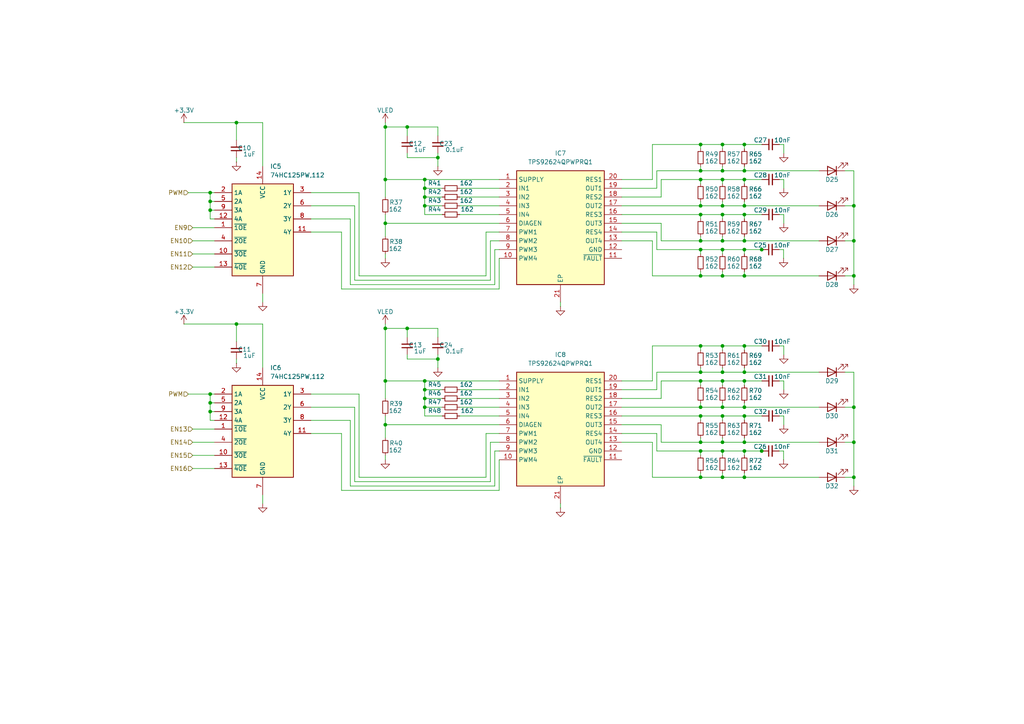
<source format=kicad_sch>
(kicad_sch (version 20250114) (generator "eeschema") (generator_version "9.0")
  (paper "A4")
  (lib_symbols
    (symbol "Device:C_Small" (pin_numbers (hide yes)) (pin_names (offset 0.254) (hide yes))
      (property "Reference" "C" (at 0.254 1.778 0))
      (property "Value" "C_Small" (at 0.254 -2.032 0))
      (symbol "C_Small_0_1"
        (polyline (pts (xy -1.524 0.508) (xy 1.524 0.508)) (stroke (width 0.3048)))
        (polyline (pts (xy -1.524 -0.508) (xy 1.524 -0.508)) (stroke (width 0.3302)))
      )
      (symbol "C_Small_1_1"
        (pin passive line (at 0 2.54 270) (length 2.032) (name "~") (number "1"))
        (pin passive line (at 0 -2.54 90) (length 2.032) (name "~") (number "2"))
      )
    )
    (symbol "Device:R_Small" (pin_numbers (hide yes)) (pin_names (offset 0.254) (hide yes))
      (property "Reference" "R" (at 0 0 90))
      (property "Value" "R_Small" (at 1.778 0 90))
      (symbol "R_Small_0_1"
        (rectangle (start -0.762 1.778) (end 0.762 -1.778) (stroke (width 0.2032)))
      )
      (symbol "R_Small_1_1"
        (pin passive line (at 0 2.54 270) (length 0.762) (name "~") (number "1"))
        (pin passive line (at 0 -2.54 90) (length 0.762) (name "~") (number "2"))
      )
    )
    (symbol "Library:74HC125PW,112"
      (property "Reference" "IC" (at 24.13 7.62 0))
      (property "Value" "74HC125PW,112" (at 24.13 5.08 0))
      (symbol "74HC125PW,112_1_1"
        (rectangle (start 5.08 2.54) (end 22.86 -24.13) (stroke (width 0.254)) (fill (type background)))
        (pin passive line (at 0 0 0) (length 5.08) (name "1A") (number "2"))
        (pin passive line (at 0 -2.54 0) (length 5.08) (name "2A") (number "5"))
        (pin passive line (at 0 -5.08 0) (length 5.08) (name "3A") (number "9"))
        (pin passive line (at 0 -7.62 0) (length 5.08) (name "4A") (number "12"))
        (pin passive line (at 0 -10.16 0) (length 5.08) (name "~{1OE}") (number "1"))
        (pin passive line (at 0 -13.97 0) (length 5.08) (name "~{2OE}") (number "4"))
        (pin passive line (at 0 -17.78 0) (length 5.08) (name "~{3OE}") (number "10"))
        (pin passive line (at 0 -21.59 0) (length 5.08) (name "~{4OE}") (number "13"))
        (pin passive line (at 13.97 7.62 270) (length 5.08) (name "VCC") (number "14"))
        (pin passive line (at 13.97 -29.21 90) (length 5.08) (name "GND") (number "7"))
        (pin passive line (at 27.94 0 180) (length 5.08) (name "1Y") (number "3"))
        (pin passive line (at 27.94 -3.81 180) (length 5.08) (name "2Y") (number "6"))
        (pin passive line (at 27.94 -7.62 180) (length 5.08) (name "3Y") (number "8"))
        (pin passive line (at 27.94 -11.43 180) (length 5.08) (name "4Y") (number "11"))
      )
    )
    (symbol "Library:LED" (pin_numbers (hide yes)) (pin_names (offset 1.016) (hide yes))
      (property "Reference" "D1" (at -1.5875 6.35 0))
      (property "Value" "LED" (at -1.5875 3.81 0))
      (symbol "LED_0_1"
        (polyline (pts (xy -3.048 -0.762) (xy -4.572 -2.286) (xy -3.81 -2.286) (xy -4.572 -2.286) (xy -4.572 -1.524)))
        (polyline (pts (xy -1.778 -0.762) (xy -3.302 -2.286) (xy -2.54 -2.286) (xy -3.302 -2.286) (xy -3.302 -1.524)))
        (polyline (pts (xy -1.27 0) (xy 1.27 0)))
        (polyline (pts (xy -1.27 -1.27) (xy -1.27 1.27)) (stroke (width 0.254)))
        (polyline (pts (xy 1.27 -1.27) (xy 1.27 1.27) (xy -1.27 0) (xy 1.27 -1.27)) (stroke (width 0.254)))
      )
      (symbol "LED_1_1"
        (pin passive line (at -3.81 0 0) (length 2.54) (name "K") (number "1"))
        (pin passive line (at -3.81 0 0) (length 2.54) (name "K") (number "2"))
        (pin passive line (at 3.81 0 180) (length 2.54) (name "A") (number "3"))
        (pin passive line (at 3.81 0 180) (length 2.54) (name "A") (number "4"))
      )
    )
    (symbol "Library:TPS92624QPWPRQ1"
      (property "Reference" "IC" (at 31.75 7.62 0))
      (property "Value" "TPS92624QPWPRQ1" (at 31.75 5.08 0))
      (symbol "TPS92624QPWPRQ1_1_1"
        (rectangle (start 5.08 2.54) (end 30.48 -30.48) (stroke (width 0.254)) (fill (type background)))
        (pin passive line (at 0 0 0) (length 5.08) (name "SUPPLY") (number "1"))
        (pin passive line (at 0 -2.54 0) (length 5.08) (name "IN1") (number "2"))
        (pin passive line (at 0 -5.08 0) (length 5.08) (name "IN2") (number "3"))
        (pin passive line (at 0 -7.62 0) (length 5.08) (name "IN3") (number "4"))
        (pin passive line (at 0 -10.16 0) (length 5.08) (name "IN4") (number "5"))
        (pin passive line (at 0 -12.7 0) (length 5.08) (name "DIAGEN") (number "6"))
        (pin passive line (at 0 -15.24 0) (length 5.08) (name "PWM1") (number "7"))
        (pin passive line (at 0 -17.78 0) (length 5.08) (name "PWM2") (number "8"))
        (pin passive line (at 0 -20.32 0) (length 5.08) (name "PWM3") (number "9"))
        (pin passive line (at 0 -22.86 0) (length 5.08) (name "PWM4") (number "10"))
        (pin passive line (at 17.78 -35.56 90) (length 5.08) (name "EP") (number "21"))
        (pin passive line (at 35.56 0 180) (length 5.08) (name "RES1") (number "20"))
        (pin passive line (at 35.56 -2.54 180) (length 5.08) (name "OUT1") (number "19"))
        (pin passive line (at 35.56 -5.08 180) (length 5.08) (name "RES2") (number "18"))
        (pin passive line (at 35.56 -7.62 180) (length 5.08) (name "OUT2") (number "17"))
        (pin passive line (at 35.56 -10.16 180) (length 5.08) (name "RES3") (number "16"))
        (pin passive line (at 35.56 -12.7 180) (length 5.08) (name "OUT3") (number "15"))
        (pin passive line (at 35.56 -15.24 180) (length 5.08) (name "RES4") (number "14"))
        (pin passive line (at 35.56 -17.78 180) (length 5.08) (name "OUT4") (number "13"))
        (pin passive line (at 35.56 -20.32 180) (length 5.08) (name "GND") (number "12"))
        (pin passive line (at 35.56 -22.86 180) (length 5.08) (name "~{FAULT}") (number "11"))
      )
    )
    (symbol "power:+3.3V" (power) (pin_numbers (hide yes)) (pin_names (offset 0) (hide yes))
      (property "Value" "+3.3V" (at 0 3.556 0))
      (symbol "+3.3V_0_1"
        (polyline (pts (xy -0.762 1.27) (xy 0 2.54)))
        (polyline (pts (xy 0 2.54) (xy 0.762 1.27)))
        (polyline (pts (xy 0 0) (xy 0 2.54)))
      )
      (symbol "+3.3V_1_1"
        (pin power_in line (at 0 0 90) (length 0) (name "~") (number "1"))
      )
    )
    (symbol "power:GND" (power) (pin_numbers (hide yes)) (pin_names (offset 0) (hide yes))
      (property "Value" "GND" (at 0 -3.81 0))
      (symbol "GND_0_1"
        (polyline (pts (xy 0 0) (xy 0 -1.27) (xy 1.27 -1.27) (xy 0 -2.54) (xy -1.27 -1.27) (xy 0 -1.27)))
      )
      (symbol "GND_1_1"
        (pin power_in line (at 0 0 270) (length 0) (name "~") (number "1"))
      )
    )
  )
  (junction (at 247.65 59.69))
  (junction (at 118.11 36.83))
  (junction (at 215.9 80.01))
  (junction (at 215.9 52.07))
  (junction (at 209.55 72.39))
  (junction (at 215.9 72.39))
  (junction (at 215.9 100.33))
  (junction (at 203.2 130.81))
  (junction (at 247.65 138.43))
  (junction (at 111.76 123.19))
  (junction (at 209.55 59.69))
  (junction (at 203.2 41.91))
  (junction (at 215.9 107.95))
  (junction (at 127 104.14))
  (junction (at 111.76 64.77))
  (junction (at 203.2 69.85))
  (junction (at 203.2 49.53))
  (junction (at 209.55 62.23))
  (junction (at 68.58 35.56))
  (junction (at 60.96 116.84))
  (junction (at 68.58 93.98))
  (junction (at 209.55 120.65))
  (junction (at 123.19 118.11))
  (junction (at 203.2 62.23))
  (junction (at 209.55 130.81))
  (junction (at 247.65 80.01))
  (junction (at 60.96 58.42))
  (junction (at 215.9 62.23))
  (junction (at 209.55 41.91))
  (junction (at 209.55 52.07))
  (junction (at 203.2 110.49))
  (junction (at 123.19 54.61))
  (junction (at 220.9174 130.81))
  (junction (at 60.96 119.38))
  (junction (at 209.55 80.01))
  (junction (at 127 45.72))
  (junction (at 209.55 128.27))
  (junction (at 247.65 69.85))
  (junction (at 203.2 52.07))
  (junction (at 247.65 128.27))
  (junction (at 215.9 128.27))
  (junction (at 215.9 59.69))
  (junction (at 215.9 130.81))
  (junction (at 203.2 118.11))
  (junction (at 123.19 113.03))
  (junction (at 203.2 100.33))
  (junction (at 203.2 59.69))
  (junction (at 111.76 36.83))
  (junction (at 215.9 49.53))
  (junction (at 123.19 57.15))
  (junction (at 123.19 110.49))
  (junction (at 215.9 120.65))
  (junction (at 60.96 55.88))
  (junction (at 203.2 107.95))
  (junction (at 60.96 114.3))
  (junction (at 215.9 118.11))
  (junction (at 209.55 138.43))
  (junction (at 203.2 72.39))
  (junction (at 123.19 115.57))
  (junction (at 111.76 110.49))
  (junction (at 215.9 41.91))
  (junction (at 209.55 110.49))
  (junction (at 118.11 95.25))
  (junction (at 215.9 110.49))
  (junction (at 209.55 100.33))
  (junction (at 111.76 52.07))
  (junction (at 123.19 52.07))
  (junction (at 215.9 69.85))
  (junction (at 111.76 95.25))
  (junction (at 203.2 80.01))
  (junction (at 209.55 49.53))
  (junction (at 203.2 138.43))
  (junction (at 209.55 107.95))
  (junction (at 209.55 69.85))
  (junction (at 215.9 138.43))
  (junction (at 203.2 120.65))
  (junction (at 247.65 118.11))
  (junction (at 220.9174 72.39))
  (junction (at 209.55 118.11))
  (junction (at 123.19 59.69))
  (junction (at 60.96 60.96))
  (junction (at 203.2 128.27))
  (wire (pts (xy 203.2 52.07) (xy 209.55 52.07)))
  (wire (pts (xy 53.34 35.56) (xy 68.58 35.56)))
  (wire (pts (xy 220.9174 130.81) (xy 220.98 130.81)))
  (wire (pts (xy 99.06 142.24) (xy 144.78 142.24)))
  (wire (pts (xy 62.23 63.5) (xy 60.96 63.5)))
  (wire (pts (xy 76.2 48.26) (xy 76.2 35.56)))
  (wire (pts (xy 203.2 100.33) (xy 209.55 100.33)))
  (wire (pts (xy 203.2 72.39) (xy 203.2 73.66)))
  (wire (pts (xy 203.2 120.65) (xy 203.2 121.92)))
  (wire (pts (xy 68.58 35.56) (xy 76.2 35.56)))
  (wire (pts (xy 203.2 62.23) (xy 203.2 63.5)))
  (wire (pts (xy 209.55 130.81) (xy 209.55 132.08)))
  (wire (pts (xy 102.87 59.69) (xy 102.87 81.28)))
  (wire (pts (xy 227.33 102.87) (xy 227.33 100.33)))
  (wire (pts (xy 127 104.14) (xy 127 102.87)))
  (wire (pts (xy 227.33 113.03) (xy 227.33 110.49)))
  (wire (pts (xy 55.88 69.85) (xy 62.23 69.85)))
  (wire (pts (xy 209.55 41.91) (xy 215.9 41.91)))
  (wire (pts (xy 209.55 49.53) (xy 209.55 48.26)))
  (wire (pts (xy 68.58 93.98) (xy 76.2 93.98)))
  (wire (pts (xy 215.9 138.43) (xy 215.9 137.16)))
  (wire (pts (xy 215.9 100.33) (xy 215.9 101.6)))
  (wire (pts (xy 215.9 59.69) (xy 237.49 59.69)))
  (wire (pts (xy 215.9 128.27) (xy 237.49 128.27)))
  (wire (pts (xy 128.27 57.15) (xy 123.19 57.15)))
  (wire (pts (xy 203.2 118.11) (xy 203.2 116.84)))
  (wire (pts (xy 209.55 138.43) (xy 215.9 138.43)))
  (wire (pts (xy 111.76 95.25) (xy 111.76 110.49)))
  (wire (pts (xy 111.76 123.19) (xy 144.78 123.19)))
  (wire (pts (xy 111.76 127) (xy 111.76 123.19)))
  (wire (pts (xy 128.27 118.11) (xy 123.19 118.11)))
  (wire (pts (xy 118.11 36.83) (xy 118.11 39.37)))
  (wire (pts (xy 203.2 110.49) (xy 209.55 110.49)))
  (wire (pts (xy 180.34 54.61) (xy 190.5 54.61)))
  (wire (pts (xy 245.11 118.11) (xy 247.65 118.11)))
  (wire (pts (xy 162.56 146.05) (xy 162.56 147.32)))
  (wire (pts (xy 247.65 138.43) (xy 245.11 138.43)))
  (wire (pts (xy 227.33 64.77) (xy 227.33 62.23)))
  (wire (pts (xy 190.5 49.53) (xy 203.2 49.53)))
  (wire (pts (xy 123.19 54.61) (xy 123.19 57.15)))
  (wire (pts (xy 191.77 57.15) (xy 191.77 52.07)))
  (wire (pts (xy 247.65 59.69) (xy 247.65 69.85)))
  (wire (pts (xy 215.9 62.23) (xy 220.98 62.23)))
  (wire (pts (xy 68.58 93.98) (xy 68.58 99.06)))
  (wire (pts (xy 144.78 83.82) (xy 144.78 74.93)))
  (wire (pts (xy 76.2 143.51) (xy 76.2 146.05)))
  (wire (pts (xy 215.9 138.43) (xy 237.49 138.43)))
  (wire (pts (xy 140.97 125.73) (xy 144.78 125.73)))
  (wire (pts (xy 203.2 72.39) (xy 209.55 72.39)))
  (wire (pts (xy 55.88 73.66) (xy 62.23 73.66)))
  (wire (pts (xy 123.19 113.03) (xy 123.19 110.49)))
  (wire (pts (xy 189.23 41.91) (xy 203.2 41.91)))
  (wire (pts (xy 60.96 58.42) (xy 62.23 58.42)))
  (wire (pts (xy 203.2 120.65) (xy 209.55 120.65)))
  (wire (pts (xy 189.23 80.01) (xy 203.2 80.01)))
  (wire (pts (xy 227.2674 74.93) (xy 227.2674 72.39)))
  (wire (pts (xy 143.51 130.81) (xy 143.51 140.97)))
  (wire (pts (xy 123.19 110.49) (xy 144.78 110.49)))
  (wire (pts (xy 123.19 57.15) (xy 123.19 59.69)))
  (wire (pts (xy 101.6 82.55) (xy 101.6 63.5)))
  (wire (pts (xy 111.76 132.08) (xy 111.76 133.35)))
  (wire (pts (xy 227.33 100.33) (xy 226.06 100.33)))
  (wire (pts (xy 123.19 52.07) (xy 144.78 52.07)))
  (wire (pts (xy 180.34 67.31) (xy 190.5 67.31)))
  (wire (pts (xy 118.11 36.83) (xy 127 36.83)))
  (wire (pts (xy 60.96 58.42) (xy 60.96 55.88)))
  (wire (pts (xy 68.58 104.14) (xy 68.58 105.41)))
  (wire (pts (xy 191.77 128.27) (xy 203.2 128.27)))
  (wire (pts (xy 128.27 115.57) (xy 123.19 115.57)))
  (wire (pts (xy 215.9 59.69) (xy 215.9 58.42)))
  (wire (pts (xy 203.2 41.91) (xy 203.2 43.18)))
  (wire (pts (xy 209.55 41.91) (xy 209.55 43.18)))
  (wire (pts (xy 123.19 113.03) (xy 128.27 113.03)))
  (wire (pts (xy 180.34 57.15) (xy 191.77 57.15)))
  (wire (pts (xy 133.35 118.11) (xy 144.78 118.11)))
  (wire (pts (xy 209.55 59.69) (xy 215.9 59.69)))
  (wire (pts (xy 215.9 69.85) (xy 215.9 68.58)))
  (wire (pts (xy 209.55 100.33) (xy 215.9 100.33)))
  (wire (pts (xy 60.96 116.84) (xy 62.23 116.84)))
  (wire (pts (xy 227.2674 72.39) (xy 225.9974 72.39)))
  (wire (pts (xy 203.2 80.01) (xy 209.55 80.01)))
  (wire (pts (xy 209.55 62.23) (xy 215.9 62.23)))
  (wire (pts (xy 127 36.83) (xy 127 39.37)))
  (wire (pts (xy 227.33 54.61) (xy 227.33 52.07)))
  (wire (pts (xy 203.2 130.81) (xy 203.2 132.08)))
  (wire (pts (xy 203.2 49.53) (xy 203.2 48.26)))
  (wire (pts (xy 101.6 63.5) (xy 90.17 63.5)))
  (wire (pts (xy 215.9 72.39) (xy 220.9174 72.39)))
  (wire (pts (xy 128.27 120.65) (xy 123.19 120.65)))
  (wire (pts (xy 190.5 107.95) (xy 203.2 107.95)))
  (wire (pts (xy 60.96 60.96) (xy 62.23 60.96)))
  (wire (pts (xy 143.51 72.39) (xy 143.51 82.55)))
  (wire (pts (xy 215.9 52.07) (xy 215.9 53.34)))
  (wire (pts (xy 118.11 45.72) (xy 127 45.72)))
  (wire (pts (xy 209.55 69.85) (xy 209.55 68.58)))
  (wire (pts (xy 118.11 104.14) (xy 127 104.14)))
  (wire (pts (xy 209.55 138.43) (xy 209.55 137.16)))
  (wire (pts (xy 111.76 110.49) (xy 123.19 110.49)))
  (wire (pts (xy 215.9 69.85) (xy 237.49 69.85)))
  (wire (pts (xy 123.19 54.61) (xy 123.19 52.07)))
  (wire (pts (xy 68.58 45.72) (xy 68.58 46.99)))
  (wire (pts (xy 111.76 93.98) (xy 111.76 95.25)))
  (wire (pts (xy 55.88 77.47) (xy 62.23 77.47)))
  (wire (pts (xy 215.9 118.11) (xy 215.9 116.84)))
  (wire (pts (xy 101.6 121.92) (xy 90.17 121.92)))
  (wire (pts (xy 162.56 87.63) (xy 162.56 88.9)))
  (wire (pts (xy 215.9 130.81) (xy 220.9174 130.81)))
  (wire (pts (xy 133.35 113.03) (xy 144.78 113.03)))
  (wire (pts (xy 60.96 55.88) (xy 62.23 55.88)))
  (wire (pts (xy 142.24 81.28) (xy 142.24 69.85)))
  (wire (pts (xy 209.55 52.07) (xy 215.9 52.07)))
  (wire (pts (xy 111.76 52.07) (xy 123.19 52.07)))
  (wire (pts (xy 245.11 128.27) (xy 247.65 128.27)))
  (wire (pts (xy 203.2 80.01) (xy 203.2 78.74)))
  (wire (pts (xy 133.35 57.15) (xy 144.78 57.15)))
  (wire (pts (xy 144.78 130.81) (xy 143.51 130.81)))
  (wire (pts (xy 142.24 139.7) (xy 142.24 128.27)))
  (wire (pts (xy 227.33 123.19) (xy 227.33 120.65)))
  (wire (pts (xy 180.34 118.11) (xy 203.2 118.11)))
  (wire (pts (xy 123.19 59.69) (xy 123.19 62.23)))
  (wire (pts (xy 190.5 67.31) (xy 190.5 72.39)))
  (wire (pts (xy 227.33 41.91) (xy 226.06 41.91)))
  (wire (pts (xy 209.55 120.65) (xy 215.9 120.65)))
  (wire (pts (xy 203.2 128.27) (xy 203.2 127)))
  (wire (pts (xy 209.55 80.01) (xy 215.9 80.01)))
  (wire (pts (xy 215.9 72.39) (xy 215.9 73.66)))
  (wire (pts (xy 104.14 55.88) (xy 104.14 80.01)))
  (wire (pts (xy 203.2 69.85) (xy 209.55 69.85)))
  (wire (pts (xy 76.2 106.68) (xy 76.2 93.98)))
  (wire (pts (xy 227.2674 133.35) (xy 227.2674 130.81)))
  (wire (pts (xy 123.19 115.57) (xy 123.19 118.11)))
  (wire (pts (xy 189.23 52.07) (xy 189.23 41.91)))
  (wire (pts (xy 111.76 123.19) (xy 111.76 120.65)))
  (wire (pts (xy 55.88 135.89) (xy 62.23 135.89)))
  (wire (pts (xy 140.97 80.01) (xy 140.97 67.31)))
  (wire (pts (xy 209.55 80.01) (xy 209.55 78.74)))
  (wire (pts (xy 203.2 49.53) (xy 209.55 49.53)))
  (wire (pts (xy 203.2 107.95) (xy 203.2 106.68)))
  (wire (pts (xy 118.11 95.25) (xy 118.11 97.79)))
  (wire (pts (xy 123.19 54.61) (xy 128.27 54.61)))
  (wire (pts (xy 227.33 52.07) (xy 226.06 52.07)))
  (wire (pts (xy 111.76 64.77) (xy 144.78 64.77)))
  (wire (pts (xy 215.9 130.81) (xy 215.9 132.08)))
  (wire (pts (xy 215.9 62.23) (xy 215.9 63.5)))
  (wire (pts (xy 247.65 69.85) (xy 247.65 80.01)))
  (wire (pts (xy 180.34 64.77) (xy 191.77 64.77)))
  (wire (pts (xy 190.5 125.73) (xy 190.5 130.81)))
  (wire (pts (xy 180.34 115.57) (xy 191.77 115.57)))
  (wire (pts (xy 209.55 118.11) (xy 209.55 116.84)))
  (wire (pts (xy 247.65 49.53) (xy 247.65 59.69)))
  (wire (pts (xy 190.5 113.03) (xy 190.5 107.95)))
  (wire (pts (xy 54.61 114.3) (xy 60.96 114.3)))
  (wire (pts (xy 191.77 110.49) (xy 203.2 110.49)))
  (wire (pts (xy 215.9 49.53) (xy 215.9 48.26)))
  (wire (pts (xy 215.9 107.95) (xy 237.49 107.95)))
  (wire (pts (xy 180.34 52.07) (xy 189.23 52.07)))
  (wire (pts (xy 133.35 62.23) (xy 144.78 62.23)))
  (wire (pts (xy 127 45.72) (xy 127 44.45)))
  (wire (pts (xy 127 104.14) (xy 127 106.68)))
  (wire (pts (xy 203.2 138.43) (xy 209.55 138.43)))
  (wire (pts (xy 203.2 69.85) (xy 203.2 68.58)))
  (wire (pts (xy 90.17 59.69) (xy 102.87 59.69)))
  (wire (pts (xy 104.14 138.43) (xy 140.97 138.43)))
  (wire (pts (xy 209.55 128.27) (xy 209.55 127)))
  (wire (pts (xy 111.76 36.83) (xy 111.76 52.07)))
  (wire (pts (xy 143.51 140.97) (xy 101.6 140.97)))
  (wire (pts (xy 140.97 138.43) (xy 140.97 125.73)))
  (wire (pts (xy 128.27 59.69) (xy 123.19 59.69)))
  (wire (pts (xy 140.97 67.31) (xy 144.78 67.31)))
  (wire (pts (xy 190.5 72.39) (xy 203.2 72.39)))
  (wire (pts (xy 227.33 44.45) (xy 227.33 41.91)))
  (wire (pts (xy 215.9 128.27) (xy 215.9 127)))
  (wire (pts (xy 55.88 128.27) (xy 62.23 128.27)))
  (wire (pts (xy 191.77 115.57) (xy 191.77 110.49)))
  (wire (pts (xy 209.55 100.33) (xy 209.55 101.6)))
  (wire (pts (xy 180.34 113.03) (xy 190.5 113.03)))
  (wire (pts (xy 111.76 52.07) (xy 111.76 57.15)))
  (wire (pts (xy 203.2 130.81) (xy 209.55 130.81)))
  (wire (pts (xy 227.33 120.65) (xy 226.06 120.65)))
  (wire (pts (xy 127 45.72) (xy 127 48.26)))
  (wire (pts (xy 60.96 114.3) (xy 62.23 114.3)))
  (wire (pts (xy 203.2 118.11) (xy 209.55 118.11)))
  (wire (pts (xy 209.55 110.49) (xy 215.9 110.49)))
  (wire (pts (xy 68.58 35.56) (xy 68.58 40.64)))
  (wire (pts (xy 180.34 128.27) (xy 189.23 128.27)))
  (wire (pts (xy 247.65 80.01) (xy 247.65 82.55)))
  (wire (pts (xy 203.2 52.07) (xy 203.2 53.34)))
  (wire (pts (xy 209.55 107.95) (xy 209.55 106.68)))
  (wire (pts (xy 123.19 113.03) (xy 123.19 115.57)))
  (wire (pts (xy 144.78 72.39) (xy 143.51 72.39)))
  (wire (pts (xy 203.2 138.43) (xy 203.2 137.16)))
  (wire (pts (xy 203.2 59.69) (xy 203.2 58.42)))
  (wire (pts (xy 111.76 35.56) (xy 111.76 36.83)))
  (wire (pts (xy 209.55 49.53) (xy 215.9 49.53)))
  (wire (pts (xy 180.34 120.65) (xy 203.2 120.65)))
  (wire (pts (xy 247.65 80.01) (xy 245.11 80.01)))
  (wire (pts (xy 133.35 54.61) (xy 144.78 54.61)))
  (wire (pts (xy 144.78 142.24) (xy 144.78 133.35)))
  (wire (pts (xy 102.87 81.28) (xy 142.24 81.28)))
  (wire (pts (xy 247.65 118.11) (xy 247.65 128.27)))
  (wire (pts (xy 104.14 80.01) (xy 140.97 80.01)))
  (wire (pts (xy 127 95.25) (xy 127 97.79)))
  (wire (pts (xy 55.88 66.04) (xy 62.23 66.04)))
  (wire (pts (xy 111.76 68.58) (xy 111.76 64.77)))
  (wire (pts (xy 215.9 41.91) (xy 215.9 43.18)))
  (wire (pts (xy 133.35 120.65) (xy 144.78 120.65)))
  (wire (pts (xy 215.9 49.53) (xy 237.49 49.53)))
  (wire (pts (xy 215.9 118.11) (xy 237.49 118.11)))
  (wire (pts (xy 215.9 120.65) (xy 215.9 121.92)))
  (wire (pts (xy 99.06 83.82) (xy 144.78 83.82)))
  (wire (pts (xy 180.34 59.69) (xy 203.2 59.69)))
  (wire (pts (xy 209.55 52.07) (xy 209.55 53.34)))
  (wire (pts (xy 247.65 138.43) (xy 247.65 140.97)))
  (wire (pts (xy 215.9 120.65) (xy 220.98 120.65)))
  (wire (pts (xy 209.55 69.85) (xy 215.9 69.85)))
  (wire (pts (xy 190.5 130.81) (xy 203.2 130.81)))
  (wire (pts (xy 118.11 95.25) (xy 127 95.25)))
  (wire (pts (xy 209.55 130.81) (xy 215.9 130.81)))
  (wire (pts (xy 209.55 110.49) (xy 209.55 111.76)))
  (wire (pts (xy 128.27 62.23) (xy 123.19 62.23)))
  (wire (pts (xy 90.17 125.73) (xy 99.06 125.73)))
  (wire (pts (xy 191.77 69.85) (xy 203.2 69.85)))
  (wire (pts (xy 101.6 140.97) (xy 101.6 121.92)))
  (wire (pts (xy 227.2674 130.81) (xy 225.9974 130.81)))
  (wire (pts (xy 203.2 100.33) (xy 203.2 101.6)))
  (wire (pts (xy 99.06 67.31) (xy 99.06 83.82)))
  (wire (pts (xy 133.35 115.57) (xy 144.78 115.57)))
  (wire (pts (xy 245.11 69.85) (xy 247.65 69.85)))
  (wire (pts (xy 203.2 59.69) (xy 209.55 59.69)))
  (wire (pts (xy 209.55 62.23) (xy 209.55 63.5)))
  (wire (pts (xy 215.9 52.07) (xy 220.98 52.07)))
  (wire (pts (xy 60.96 119.38) (xy 62.23 119.38)))
  (wire (pts (xy 215.9 80.01) (xy 215.9 78.74)))
  (wire (pts (xy 245.11 59.69) (xy 247.65 59.69)))
  (wire (pts (xy 209.55 72.39) (xy 215.9 72.39)))
  (wire (pts (xy 215.9 110.49) (xy 220.98 110.49)))
  (wire (pts (xy 133.35 59.69) (xy 144.78 59.69)))
  (wire (pts (xy 54.61 55.88) (xy 60.96 55.88)))
  (wire (pts (xy 209.55 120.65) (xy 209.55 121.92)))
  (wire (pts (xy 60.96 63.5) (xy 60.96 60.96)))
  (wire (pts (xy 247.65 128.27) (xy 247.65 138.43)))
  (wire (pts (xy 247.65 107.95) (xy 247.65 118.11)))
  (wire (pts (xy 180.34 125.73) (xy 190.5 125.73)))
  (wire (pts (xy 203.2 110.49) (xy 203.2 111.76)))
  (wire (pts (xy 227.33 62.23) (xy 226.06 62.23)))
  (wire (pts (xy 104.14 114.3) (xy 104.14 138.43)))
  (wire (pts (xy 189.23 69.85) (xy 189.23 80.01)))
  (wire (pts (xy 180.34 123.19) (xy 191.77 123.19)))
  (wire (pts (xy 76.2 85.09) (xy 76.2 87.63)))
  (wire (pts (xy 191.77 52.07) (xy 203.2 52.07)))
  (wire (pts (xy 111.76 110.49) (xy 111.76 115.57)))
  (wire (pts (xy 111.76 36.83) (xy 118.11 36.83)))
  (wire (pts (xy 142.24 69.85) (xy 144.78 69.85)))
  (wire (pts (xy 215.9 41.91) (xy 220.98 41.91)))
  (wire (pts (xy 245.11 107.95) (xy 247.65 107.95)))
  (wire (pts (xy 180.34 110.49) (xy 189.23 110.49)))
  (wire (pts (xy 227.33 110.49) (xy 226.06 110.49)))
  (wire (pts (xy 209.55 72.39) (xy 209.55 73.66)))
  (wire (pts (xy 60.96 116.84) (xy 60.96 114.3)))
  (wire (pts (xy 189.23 128.27) (xy 189.23 138.43)))
  (wire (pts (xy 215.9 107.95) (xy 215.9 106.68)))
  (wire (pts (xy 203.2 62.23) (xy 209.55 62.23)))
  (wire (pts (xy 203.2 41.91) (xy 209.55 41.91)))
  (wire (pts (xy 189.23 138.43) (xy 203.2 138.43)))
  (wire (pts (xy 143.51 82.55) (xy 101.6 82.55)))
  (wire (pts (xy 142.24 128.27) (xy 144.78 128.27)))
  (wire (pts (xy 189.23 100.33) (xy 203.2 100.33)))
  (wire (pts (xy 191.77 123.19) (xy 191.77 128.27)))
  (wire (pts (xy 209.55 59.69) (xy 209.55 58.42)))
  (wire (pts (xy 118.11 102.87) (xy 118.11 104.14)))
  (wire (pts (xy 53.34 93.98) (xy 68.58 93.98)))
  (wire (pts (xy 55.88 124.46) (xy 62.23 124.46)))
  (wire (pts (xy 203.2 128.27) (xy 209.55 128.27)))
  (wire (pts (xy 190.5 54.61) (xy 190.5 49.53)))
  (wire (pts (xy 215.9 80.01) (xy 237.49 80.01)))
  (wire (pts (xy 62.23 121.92) (xy 60.96 121.92)))
  (wire (pts (xy 191.77 64.77) (xy 191.77 69.85)))
  (wire (pts (xy 189.23 110.49) (xy 189.23 100.33)))
  (wire (pts (xy 220.9174 72.39) (xy 220.98 72.39)))
  (wire (pts (xy 111.76 95.25) (xy 118.11 95.25)))
  (wire (pts (xy 123.19 118.11) (xy 123.19 120.65)))
  (wire (pts (xy 203.2 107.95) (xy 209.55 107.95)))
  (wire (pts (xy 90.17 114.3) (xy 104.14 114.3)))
  (wire (pts (xy 118.11 44.45) (xy 118.11 45.72)))
  (wire (pts (xy 209.55 128.27) (xy 215.9 128.27)))
  (wire (pts (xy 180.34 69.85) (xy 189.23 69.85)))
  (wire (pts (xy 102.87 139.7) (xy 142.24 139.7)))
  (wire (pts (xy 215.9 110.49) (xy 215.9 111.76)))
  (wire (pts (xy 90.17 118.11) (xy 102.87 118.11)))
  (wire (pts (xy 55.88 132.08) (xy 62.23 132.08)))
  (wire (pts (xy 90.17 67.31) (xy 99.06 67.31)))
  (wire (pts (xy 215.9 100.33) (xy 220.98 100.33)))
  (wire (pts (xy 99.06 125.73) (xy 99.06 142.24)))
  (wire (pts (xy 60.96 119.38) (xy 60.96 116.84)))
  (wire (pts (xy 209.55 118.11) (xy 215.9 118.11)))
  (wire (pts (xy 209.55 107.95) (xy 215.9 107.95)))
  (wire (pts (xy 180.34 62.23) (xy 203.2 62.23)))
  (wire (pts (xy 90.17 55.88) (xy 104.14 55.88)))
  (wire (pts (xy 111.76 64.77) (xy 111.76 62.23)))
  (wire (pts (xy 60.96 121.92) (xy 60.96 119.38)))
  (wire (pts (xy 102.87 118.11) (xy 102.87 139.7)))
  (wire (pts (xy 245.11 49.53) (xy 247.65 49.53)))
  (wire (pts (xy 111.76 73.66) (xy 111.76 74.93)))
  (wire (pts (xy 60.96 60.96) (xy 60.96 58.42)))
  (hierarchical_label "EN13" (shape input) (at 55.88 124.46 180))
  (hierarchical_label "EN12" (shape input) (at 55.88 77.47 180))
  (hierarchical_label "PWM" (shape input) (at 54.61 114.3 180))
  (hierarchical_label "PWM" (shape input) (at 54.61 55.88 180))
  (hierarchical_label "EN11" (shape input) (at 55.88 73.66 180))
  (hierarchical_label "EN15" (shape input) (at 55.88 132.08 180))
  (hierarchical_label "EN10" (shape input) (at 55.88 69.85 180))
  (hierarchical_label "EN9" (shape input) (at 55.88 66.04 180))
  (hierarchical_label "EN16" (shape input) (at 55.88 135.89 180))
  (hierarchical_label "EN14" (shape input) (at 55.88 128.27 180))
  (symbol (lib_id "Device:R_Small") (at 130.81 59.69 90) (unit 1)
    (property "Reference" "R43" (at 128.016 58.166 90) (effects (justify left)))
    (property "Value" "162" (at 137.16 58.166 90) (effects (justify left)))
    (property "Description" "Resistor, small symbol" (effects (hide yes)))
  )
  (symbol (lib_id "power:GND") (at 127 48.26 0) (unit 1)
    (property "Reference" "#PWR045" (effects (hide yes)))
    (property "Value" "GND" (effects (hide yes)))
    (property "Description" "Power symbol creates a global label with name \"GND\" , ground" (effects (hide yes)))
  )
  (symbol (lib_id "Library:LED") (at 241.3 138.43 180) (unit 1)
    (property "Reference" "D32" (at 241.3 140.97 0))
    (property "Value" "LED" (effects (hide yes)))
    (property "Footprint" "Library:GWJTLRS1EMLVL5XX531" (effects (hide yes)))
    (property "Description" "Light emitting diode" (effects (hide yes)))
    (property "Sim.Pins" "1=K 2=A" (effects (hide yes)))
  )
  (symbol (lib_id "Device:R_Small") (at 215.9 134.62 0) (unit 1)
    (property "Reference" "R72" (at 217.17 133.604 0) (effects (justify left)))
    (property "Value" "162" (at 217.17 135.636 0) (effects (justify left)))
    (property "Description" "Resistor, small symbol" (effects (hide yes)))
  )
  (symbol (lib_id "Device:R_Small") (at 203.2 76.2 0) (unit 1)
    (property "Reference" "R52" (at 204.47 75.184 0) (effects (justify left)))
    (property "Value" "162" (at 204.47 77.216 0) (effects (justify left)))
    (property "Description" "Resistor, small symbol" (effects (hide yes)))
  )
  (symbol (lib_id "Device:R_Small") (at 130.81 62.23 90) (unit 1)
    (property "Reference" "R44" (at 128.016 60.706 90) (effects (justify left)))
    (property "Value" "162" (at 137.414 60.706 90) (effects (justify left)))
    (property "Description" "Resistor, small symbol" (effects (hide yes)))
  )
  (symbol (lib_id "power:+3.3V") (at 53.34 93.98 0) (unit 1)
    (property "Reference" "#PWR016" (effects (hide yes)))
    (property "Value" "+3.3V" (at 53.34 90.424 0))
    (property "Description" "Power symbol creates a global label with name \"+3.3V\"" (effects (hide yes)))
  )
  (symbol (lib_id "Device:R_Small") (at 130.81 120.65 90) (unit 1)
    (property "Reference" "R48" (at 128.016 119.126 90) (effects (justify left)))
    (property "Value" "162" (at 137.414 119.126 90) (effects (justify left)))
    (property "Description" "Resistor, small symbol" (effects (hide yes)))
  )
  (symbol (lib_id "power:GND") (at 68.58 46.99 0) (unit 1)
    (property "Reference" "#PWR037" (effects (hide yes)))
    (property "Value" "GND" (effects (hide yes)))
    (property "Description" "Power symbol creates a global label with name \"GND\" , ground" (effects (hide yes)))
  )
  (symbol (lib_id "power:+3.3V") (at 111.76 35.56 0) (unit 1)
    (property "Reference" "#PWR041" (effects (hide yes)))
    (property "Value" "VLED" (at 111.76 32.004 0))
    (property "Description" "Power symbol creates a global label with name \"+3.3V\"" (effects (hide yes)))
  )
  (symbol (lib_id "Device:R_Small") (at 215.9 124.46 0) (unit 1)
    (property "Reference" "R71" (at 217.17 123.444 0) (effects (justify left)))
    (property "Value" "162" (at 217.17 125.476 0) (effects (justify left)))
    (property "Description" "Resistor, small symbol" (effects (hide yes)))
  )
  (symbol (lib_id "power:GND") (at 162.56 88.9 0) (unit 1)
    (property "Reference" "#PWR047" (effects (hide yes)))
    (property "Value" "GND" (effects (hide yes)))
    (property "Description" "Power symbol creates a global label with name \"GND\" , ground" (effects (hide yes)))
  )
  (symbol (lib_id "Device:R_Small") (at 203.2 45.72 0) (unit 1)
    (property "Reference" "R49" (at 204.47 44.704 0) (effects (justify left)))
    (property "Value" "162" (at 204.47 46.736 0) (effects (justify left)))
    (property "Description" "Resistor, small symbol" (effects (hide yes)))
  )
  (symbol (lib_id "Device:C_Small") (at 118.11 100.33 180) (unit 1)
    (property "Reference" "C13" (at 122.428 100.076 0) (effects (justify left)))
    (property "Value" "1uF" (at 123.698 101.854 0) (effects (justify left)))
    (property "Description" "Unpolarized capacitor, small symbol" (effects (hide yes)))
  )
  (symbol (lib_id "power:GND") (at 111.76 74.93 0) (unit 1)
    (property "Reference" "#PWR042" (effects (hide yes)))
    (property "Value" "GND" (effects (hide yes)))
    (property "Description" "Power symbol creates a global label with name \"GND\" , ground" (effects (hide yes)))
  )
  (symbol (lib_id "Device:R_Small") (at 209.55 66.04 0) (unit 1)
    (property "Reference" "R59" (at 210.82 65.024 0) (effects (justify left)))
    (property "Value" "162" (at 210.82 67.056 0) (effects (justify left)))
    (property "Description" "Resistor, small symbol" (effects (hide yes)))
  )
  (symbol (lib_id "power:GND") (at 247.65 140.97 0) (unit 1)
    (property "Reference" "#PWR058" (effects (hide yes)))
    (property "Value" "GND" (effects (hide yes)))
    (property "Description" "Power symbol creates a global label with name \"GND\" , ground" (effects (hide yes)))
  )
  (symbol (lib_id "Device:C_Small") (at 127 41.91 180) (unit 1)
    (property "Reference" "C23" (at 131.318 41.656 0) (effects (justify left)))
    (property "Value" "0.1uF" (at 134.62 43.434 0) (effects (justify left)))
    (property "Description" "Unpolarized capacitor, small symbol" (effects (hide yes)))
  )
  (symbol (lib_id "Device:C_Small") (at 223.52 52.07 90) (unit 1)
    (property "Reference" "C28" (at 222.504 50.8 90) (effects (justify left)))
    (property "Value" "10nF" (at 229.362 50.8 90) (effects (justify left)))
    (property "Description" "Unpolarized capacitor, small symbol" (effects (hide yes)))
  )
  (symbol (lib_id "Device:R_Small") (at 111.76 129.54 180) (unit 1)
    (property "Reference" "R40" (at 116.84 128.524 0) (effects (justify left)))
    (property "Value" "162" (at 116.586 130.556 0) (effects (justify left)))
    (property "Description" "Resistor, small symbol" (effects (hide yes)))
  )
  (symbol (lib_id "power:GND") (at 227.33 102.87 0) (unit 1)
    (property "Reference" "#PWR054" (effects (hide yes)))
    (property "Value" "GND" (effects (hide yes)))
    (property "Description" "Power symbol creates a global label with name \"GND\" , ground" (effects (hide yes)))
  )
  (symbol (lib_id "power:GND") (at 162.56 147.32 0) (unit 1)
    (property "Reference" "#PWR048" (effects (hide yes)))
    (property "Value" "GND" (effects (hide yes)))
    (property "Description" "Power symbol creates a global label with name \"GND\" , ground" (effects (hide yes)))
  )
  (symbol (lib_id "Device:R_Small") (at 209.55 104.14 0) (unit 1)
    (property "Reference" "R61" (at 210.82 103.124 0) (effects (justify left)))
    (property "Value" "162" (at 210.82 105.156 0) (effects (justify left)))
    (property "Description" "Resistor, small symbol" (effects (hide yes)))
  )
  (symbol (lib_id "Device:C_Small") (at 223.4574 72.39 90) (unit 1)
    (property "Reference" "C25" (at 222.4414 71.12 90) (effects (justify left)))
    (property "Value" "10nF" (at 229.2994 71.12 90) (effects (justify left)))
    (property "Description" "Unpolarized capacitor, small symbol" (effects (hide yes)))
  )
  (symbol (lib_id "Device:R_Small") (at 111.76 71.12 180) (unit 1)
    (property "Reference" "R38" (at 116.84 70.104 0) (effects (justify left)))
    (property "Value" "162" (at 116.586 72.136 0) (effects (justify left)))
    (property "Description" "Resistor, small symbol" (effects (hide yes)))
  )
  (symbol (lib_id "Device:R_Small") (at 203.2 66.04 0) (unit 1)
    (property "Reference" "R51" (at 204.47 65.024 0) (effects (justify left)))
    (property "Value" "162" (at 204.47 67.056 0) (effects (justify left)))
    (property "Description" "Resistor, small symbol" (effects (hide yes)))
  )
  (symbol (lib_id "Device:R_Small") (at 111.76 118.11 180) (unit 1)
    (property "Reference" "R39" (at 116.84 117.094 0) (effects (justify left)))
    (property "Value" "162" (at 116.586 119.126 0) (effects (justify left)))
    (property "Description" "Resistor, small symbol" (effects (hide yes)))
  )
  (symbol (lib_id "Device:C_Small") (at 223.52 100.33 90) (unit 1)
    (property "Reference" "C30" (at 222.504 99.06 90) (effects (justify left)))
    (property "Value" "10nF" (at 229.362 99.06 90) (effects (justify left)))
    (property "Description" "Unpolarized capacitor, small symbol" (effects (hide yes)))
  )
  (symbol (lib_id "Library:LED") (at 241.3 80.01 180) (unit 1)
    (property "Reference" "D28" (at 241.3 82.55 0))
    (property "Value" "LED" (effects (hide yes)))
    (property "Footprint" "Library:GWJTLRS1EMLVL5XX531" (effects (hide yes)))
    (property "Description" "Light emitting diode" (effects (hide yes)))
    (property "Sim.Pins" "1=K 2=A" (effects (hide yes)))
  )
  (symbol (lib_id "Device:R_Small") (at 203.2 124.46 0) (unit 1)
    (property "Reference" "R55" (at 204.47 123.444 0) (effects (justify left)))
    (property "Value" "162" (at 204.47 125.476 0) (effects (justify left)))
    (property "Description" "Resistor, small symbol" (effects (hide yes)))
  )
  (symbol (lib_id "Device:R_Small") (at 209.55 55.88 0) (unit 1)
    (property "Reference" "R58" (at 210.82 54.864 0) (effects (justify left)))
    (property "Value" "162" (at 210.82 56.896 0) (effects (justify left)))
    (property "Description" "Resistor, small symbol" (effects (hide yes)))
  )
  (symbol (lib_id "Device:C_Small") (at 127 100.33 180) (unit 1)
    (property "Reference" "C24" (at 131.318 100.076 0) (effects (justify left)))
    (property "Value" "0.1uF" (at 134.62 101.854 0) (effects (justify left)))
    (property "Description" "Unpolarized capacitor, small symbol" (effects (hide yes)))
  )
  (symbol (lib_id "Device:C_Small") (at 68.58 43.18 180) (unit 1)
    (property "Reference" "C10" (at 72.898 42.926 0) (effects (justify left)))
    (property "Value" "1uF" (at 74.168 44.704 0) (effects (justify left)))
    (property "Description" "Unpolarized capacitor, small symbol" (effects (hide yes)))
  )
  (symbol (lib_id "Device:C_Small") (at 223.4574 130.81 90) (unit 1)
    (property "Reference" "C26" (at 222.4414 129.54 90) (effects (justify left)))
    (property "Value" "10nF" (at 229.2994 129.54 90) (effects (justify left)))
    (property "Description" "Unpolarized capacitor, small symbol" (effects (hide yes)))
  )
  (symbol (lib_id "Device:R_Small") (at 203.2 114.3 0) (unit 1)
    (property "Reference" "R54" (at 204.47 113.284 0) (effects (justify left)))
    (property "Value" "162" (at 204.47 115.316 0) (effects (justify left)))
    (property "Description" "Resistor, small symbol" (effects (hide yes)))
  )
  (symbol (lib_id "Device:R_Small") (at 130.81 57.15 90) (unit 1)
    (property "Reference" "R42" (at 128.016 55.626 90) (effects (justify left)))
    (property "Value" "162" (at 137.16 55.626 90) (effects (justify left)))
    (property "Description" "Resistor, small symbol" (effects (hide yes)))
  )
  (symbol (lib_id "power:GND") (at 227.33 44.45 0) (unit 1)
    (property "Reference" "#PWR051" (effects (hide yes)))
    (property "Value" "GND" (effects (hide yes)))
    (property "Description" "Power symbol creates a global label with name \"GND\" , ground" (effects (hide yes)))
  )
  (symbol (lib_id "Device:C_Small") (at 68.58 101.6 180) (unit 1)
    (property "Reference" "C11" (at 72.898 101.346 0) (effects (justify left)))
    (property "Value" "1uF" (at 74.168 103.124 0) (effects (justify left)))
    (property "Description" "Unpolarized capacitor, small symbol" (effects (hide yes)))
  )
  (symbol (lib_id "Device:R_Small") (at 215.9 66.04 0) (unit 1)
    (property "Reference" "R67" (at 217.17 65.024 0) (effects (justify left)))
    (property "Value" "162" (at 217.17 67.056 0) (effects (justify left)))
    (property "Description" "Resistor, small symbol" (effects (hide yes)))
  )
  (symbol (lib_id "Library:74HC125PW,112") (at 62.23 114.3 0) (unit 1)
    (property "Reference" "IC6" (at 78.3433 106.68 0) (effects (justify left)))
    (property "Value" "74HC125PW,112" (at 78.3433 109.22 0) (effects (justify left)))
    (property "Footprint" "Library:SOP65P640X110-14N" (effects (hide yes)))
    (property "Datasheet" "https://assets.nexperia.com/documents/data-sheet/74HC_HCT125.pdf" (effects (hide yes)))
    (property "Description" "74HC(T)125 - Quad buffer/line driver; 3-state@en-us" (effects (hide yes)))
    (property "Height" "1.1" (effects (hide yes)))
    (property "Manufacturer_Name" "Nexperia" (effects (hide yes)))
    (property "Manufacturer_Part_Number" "74HC125PW,112" (effects (hide yes)))
    (property "Mouser Part Number" "771-HC125PW112" (effects (hide yes)))
    (property "Mouser Price/Stock" "https://www.mouser.co.uk/ProductDetail/Nexperia/74HC125PW112?qs=P62ublwmbi%252BZ%2FJLwta676g%3D%3D" (effects (hide yes)))
    (property "Arrow Part Number" "74HC125PW,112" (effects (hide yes)))
    (property "Arrow Price/Stock" "https://www.arrow.com/en/products/74hc125pw112/nexperia?region=europe" (effects (hide yes)))
  )
  (symbol (lib_id "Device:R_Small") (at 203.2 134.62 0) (unit 1)
    (property "Reference" "R56" (at 204.47 133.604 0) (effects (justify left)))
    (property "Value" "162" (at 204.47 135.636 0) (effects (justify left)))
    (property "Description" "Resistor, small symbol" (effects (hide yes)))
  )
  (symbol (lib_id "Device:R_Small") (at 209.55 114.3 0) (unit 1)
    (property "Reference" "R62" (at 210.82 113.284 0) (effects (justify left)))
    (property "Value" "162" (at 210.82 115.316 0) (effects (justify left)))
    (property "Description" "Resistor, small symbol" (effects (hide yes)))
  )
  (symbol (lib_id "power:GND") (at 127 106.68 0) (unit 1)
    (property "Reference" "#PWR046" (effects (hide yes)))
    (property "Value" "GND" (effects (hide yes)))
    (property "Description" "Power symbol creates a global label with name \"GND\" , ground" (effects (hide yes)))
  )
  (symbol (lib_id "Device:R_Small") (at 203.2 104.14 0) (unit 1)
    (property "Reference" "R53" (at 204.47 103.124 0) (effects (justify left)))
    (property "Value" "162" (at 204.47 105.156 0) (effects (justify left)))
    (property "Description" "Resistor, small symbol" (effects (hide yes)))
  )
  (symbol (lib_id "Device:R_Small") (at 203.2 55.88 0) (unit 1)
    (property "Reference" "R50" (at 204.47 54.864 0) (effects (justify left)))
    (property "Value" "162" (at 204.47 56.896 0) (effects (justify left)))
    (property "Description" "Resistor, small symbol" (effects (hide yes)))
  )
  (symbol (lib_id "power:GND") (at 76.2 87.63 0) (unit 1)
    (property "Reference" "#PWR039" (effects (hide yes)))
    (property "Value" "GND" (effects (hide yes)))
    (property "Description" "Power symbol creates a global label with name \"GND\" , ground" (effects (hide yes)))
  )
  (symbol (lib_id "Device:R_Small") (at 209.55 124.46 0) (unit 1)
    (property "Reference" "R63" (at 210.82 123.444 0) (effects (justify left)))
    (property "Value" "162" (at 210.82 125.476 0) (effects (justify left)))
    (property "Description" "Resistor, small symbol" (effects (hide yes)))
  )
  (symbol (lib_id "Device:R_Small") (at 130.81 115.57 90) (unit 1)
    (property "Reference" "R46" (at 128.016 114.046 90) (effects (justify left)))
    (property "Value" "162" (at 137.16 114.046 90) (effects (justify left)))
    (property "Description" "Resistor, small symbol" (effects (hide yes)))
  )
  (symbol (lib_id "Device:R_Small") (at 209.55 45.72 0) (unit 1)
    (property "Reference" "R57" (at 210.82 44.704 0) (effects (justify left)))
    (property "Value" "162" (at 210.82 46.736 0) (effects (justify left)))
    (property "Description" "Resistor, small symbol" (effects (hide yes)))
  )
  (symbol (lib_id "Device:R_Small") (at 209.55 76.2 0) (unit 1)
    (property "Reference" "R60" (at 210.82 75.184 0) (effects (justify left)))
    (property "Value" "162" (at 210.82 77.216 0) (effects (justify left)))
    (property "Description" "Resistor, small symbol" (effects (hide yes)))
  )
  (symbol (lib_id "power:+3.3V") (at 111.76 93.98 0) (unit 1)
    (property "Reference" "#PWR043" (effects (hide yes)))
    (property "Value" "VLED" (at 111.76 90.424 0))
    (property "Description" "Power symbol creates a global label with name \"+3.3V\"" (effects (hide yes)))
  )
  (symbol (lib_id "Device:C_Small") (at 118.11 41.91 180) (unit 1)
    (property "Reference" "C12" (at 122.428 41.656 0) (effects (justify left)))
    (property "Value" "1uF" (at 123.698 43.434 0) (effects (justify left)))
    (property "Description" "Unpolarized capacitor, small symbol" (effects (hide yes)))
  )
  (symbol (lib_id "Library:TPS92624QPWPRQ1") (at 144.78 110.49 0) (unit 1)
    (property "Reference" "IC8" (at 162.56 102.87 0))
    (property "Value" "TPS92624QPWPRQ1" (at 162.56 105.41 0))
    (property "Footprint" "Library:SOP65P640X120-21N" (effects (hide yes)))
    (property "Datasheet" "https://www.ti.com/lit/ds/symlink/tps92624-q1.pdf?ts=1694767333380&ref_url=https%253A%252F%252Fwww.ti.com%252Fproduct%252FTPS92624-Q1%252Fpart-details%252FTPS92624QPWPRQ1%253Futm_source%253Dgoogle%2526utm_medium%253Dcpc%2526utm_campaign%253Docb-tistore-pr" (effects (hide yes)))
    (property "Description" "TPS92624-Q1 Four-Channel, Automotive High Side LED Driver with Thermal Sharing Control" (effects (hide yes)))
    (property "Height" "1.2" (effects (hide yes)))
    (property "Manufacturer_Name" "Texas Instruments" (effects (hide yes)))
    (property "Manufacturer_Part_Number" "TPS92624QPWPRQ1" (effects (hide yes)))
    (property "Mouser Part Number" "595-TPS92624QPWPRQ1" (effects (hide yes)))
    (property "Mouser Price/Stock" "https://www.mouser.co.uk/ProductDetail/Texas-Instruments/TPS92624QPWPRQ1?qs=t7xnP681wgUaZydy8rdCYA%3D%3D" (effects (hide yes)))
    (property "Arrow Part Number" "TPS92624QPWPRQ1" (effects (hide yes)))
    (property "Arrow Price/Stock" "https://www.arrow.com/en/products/tps92624qpwprq1/texas-instruments?utm_currency=USD&region=nac" (effects (hide yes)))
  )
  (symbol (lib_id "Device:R_Small") (at 130.81 113.03 90) (unit 1)
    (property "Reference" "R45" (at 128.016 111.506 90) (effects (justify left)))
    (property "Value" "162" (at 137.16 111.506 90) (effects (justify left)))
    (property "Description" "Resistor, small symbol" (effects (hide yes)))
  )
  (symbol (lib_id "Library:74HC125PW,112") (at 62.23 55.88 0) (unit 1)
    (property "Reference" "IC5" (at 78.3433 48.26 0) (effects (justify left)))
    (property "Value" "74HC125PW,112" (at 78.3433 50.8 0) (effects (justify left)))
    (property "Footprint" "Library:SOP65P640X110-14N" (effects (hide yes)))
    (property "Datasheet" "https://assets.nexperia.com/documents/data-sheet/74HC_HCT125.pdf" (effects (hide yes)))
    (property "Description" "74HC(T)125 - Quad buffer/line driver; 3-state@en-us" (effects (hide yes)))
    (property "Height" "1.1" (effects (hide yes)))
    (property "Manufacturer_Name" "Nexperia" (effects (hide yes)))
    (property "Manufacturer_Part_Number" "74HC125PW,112" (effects (hide yes)))
    (property "Mouser Part Number" "771-HC125PW112" (effects (hide yes)))
    (property "Mouser Price/Stock" "https://www.mouser.co.uk/ProductDetail/Nexperia/74HC125PW112?qs=P62ublwmbi%252BZ%2FJLwta676g%3D%3D" (effects (hide yes)))
    (property "Arrow Part Number" "74HC125PW,112" (effects (hide yes)))
    (property "Arrow Price/Stock" "https://www.arrow.com/en/products/74hc125pw112/nexperia?region=europe" (effects (hide yes)))
  )
  (symbol (lib_id "power:GND") (at 227.33 54.61 0) (unit 1)
    (property "Reference" "#PWR052" (effects (hide yes)))
    (property "Value" "GND" (effects (hide yes)))
    (property "Description" "Power symbol creates a global label with name \"GND\" , ground" (effects (hide yes)))
  )
  (symbol (lib_id "Device:R_Small") (at 111.76 59.69 180) (unit 1)
    (property "Reference" "R37" (at 116.84 58.674 0) (effects (justify left)))
    (property "Value" "162" (at 116.586 60.706 0) (effects (justify left)))
    (property "Description" "Resistor, small symbol" (effects (hide yes)))
  )
  (symbol (lib_id "Device:C_Small") (at 223.52 41.91 90) (unit 1)
    (property "Reference" "C27" (at 222.504 40.64 90) (effects (justify left)))
    (property "Value" "10nF" (at 229.362 40.64 90) (effects (justify left)))
    (property "Description" "Unpolarized capacitor, small symbol" (effects (hide yes)))
  )
  (symbol (lib_id "Device:R_Small") (at 215.9 55.88 0) (unit 1)
    (property "Reference" "R66" (at 217.17 54.864 0) (effects (justify left)))
    (property "Value" "162" (at 217.17 56.896 0) (effects (justify left)))
    (property "Description" "Resistor, small symbol" (effects (hide yes)))
  )
  (symbol (lib_id "power:GND") (at 76.2 146.05 0) (unit 1)
    (property "Reference" "#PWR040" (effects (hide yes)))
    (property "Value" "GND" (effects (hide yes)))
    (property "Description" "Power symbol creates a global label with name \"GND\" , ground" (effects (hide yes)))
  )
  (symbol (lib_id "Library:LED") (at 241.3 128.27 180) (unit 1)
    (property "Reference" "D31" (at 241.3 130.81 0))
    (property "Value" "LED" (effects (hide yes)))
    (property "Footprint" "Library:GWJTLRS1EMLVL5XX531" (effects (hide yes)))
    (property "Description" "Light emitting diode" (effects (hide yes)))
    (property "Sim.Pins" "1=K 2=A" (effects (hide yes)))
  )
  (symbol (lib_id "Library:LED") (at 241.3 49.53 180) (unit 1)
    (property "Reference" "D25" (at 241.3 52.07 0))
    (property "Value" "LED" (effects (hide yes)))
    (property "Footprint" "Library:GWJTLRS1EMLVL5XX531" (effects (hide yes)))
    (property "Description" "Light emitting diode" (effects (hide yes)))
    (property "Sim.Pins" "1=K 2=A" (effects (hide yes)))
  )
  (symbol (lib_id "power:GND") (at 227.2674 133.35 0) (unit 1)
    (property "Reference" "#PWR050" (effects (hide yes)))
    (property "Value" "GND" (effects (hide yes)))
    (property "Description" "Power symbol creates a global label with name \"GND\" , ground" (effects (hide yes)))
  )
  (symbol (lib_id "Library:LED") (at 241.3 118.11 180) (unit 1)
    (property "Reference" "D30" (at 241.3 120.65 0))
    (property "Value" "LED" (effects (hide yes)))
    (property "Footprint" "Library:GWJTLRS1EMLVL5XX531" (effects (hide yes)))
    (property "Description" "Light emitting diode" (effects (hide yes)))
    (property "Sim.Pins" "1=K 2=A" (effects (hide yes)))
  )
  (symbol (lib_id "power:GND") (at 227.33 123.19 0) (unit 1)
    (property "Reference" "#PWR056" (effects (hide yes)))
    (property "Value" "GND" (effects (hide yes)))
    (property "Description" "Power symbol creates a global label with name \"GND\" , ground" (effects (hide yes)))
  )
  (symbol (lib_id "Library:LED") (at 241.3 59.69 180) (unit 1)
    (property "Reference" "D26" (at 241.3 62.23 0))
    (property "Value" "LED" (effects (hide yes)))
    (property "Footprint" "Library:GWJTLRS1EMLVL5XX531" (effects (hide yes)))
    (property "Description" "Light emitting diode" (effects (hide yes)))
    (property "Sim.Pins" "1=K 2=A" (effects (hide yes)))
  )
  (symbol (lib_id "Device:R_Small") (at 215.9 76.2 0) (unit 1)
    (property "Reference" "R68" (at 217.17 75.184 0) (effects (justify left)))
    (property "Value" "162" (at 217.17 77.216 0) (effects (justify left)))
    (property "Description" "Resistor, small symbol" (effects (hide yes)))
  )
  (symbol (lib_id "power:GND") (at 227.2674 74.93 0) (unit 1)
    (property "Reference" "#PWR049" (effects (hide yes)))
    (property "Value" "GND" (effects (hide yes)))
    (property "Description" "Power symbol creates a global label with name \"GND\" , ground" (effects (hide yes)))
  )
  (symbol (lib_id "Library:LED") (at 241.3 69.85 180) (unit 1)
    (property "Reference" "D27" (at 241.3 72.39 0))
    (property "Value" "LED" (effects (hide yes)))
    (property "Footprint" "Library:GWJTLRS1EMLVL5XX531" (effects (hide yes)))
    (property "Description" "Light emitting diode" (effects (hide yes)))
    (property "Sim.Pins" "1=K 2=A" (effects (hide yes)))
  )
  (symbol (lib_id "Library:TPS92624QPWPRQ1") (at 144.78 52.07 0) (unit 1)
    (property "Reference" "IC7" (at 162.56 44.45 0))
    (property "Value" "TPS92624QPWPRQ1" (at 162.56 46.99 0))
    (property "Footprint" "Library:SOP65P640X120-21N" (effects (hide yes)))
    (property "Datasheet" "https://www.ti.com/lit/ds/symlink/tps92624-q1.pdf?ts=1694767333380&ref_url=https%253A%252F%252Fwww.ti.com%252Fproduct%252FTPS92624-Q1%252Fpart-details%252FTPS92624QPWPRQ1%253Futm_source%253Dgoogle%2526utm_medium%253Dcpc%2526utm_campaign%253Docb-tistore-pr" (effects (hide yes)))
    (property "Description" "TPS92624-Q1 Four-Channel, Automotive High Side LED Driver with Thermal Sharing Control" (effects (hide yes)))
    (property "Height" "1.2" (effects (hide yes)))
    (property "Manufacturer_Name" "Texas Instruments" (effects (hide yes)))
    (property "Manufacturer_Part_Number" "TPS92624QPWPRQ1" (effects (hide yes)))
    (property "Mouser Part Number" "595-TPS92624QPWPRQ1" (effects (hide yes)))
    (property "Mouser Price/Stock" "https://www.mouser.co.uk/ProductDetail/Texas-Instruments/TPS92624QPWPRQ1?qs=t7xnP681wgUaZydy8rdCYA%3D%3D" (effects (hide yes)))
    (property "Arrow Part Number" "TPS92624QPWPRQ1" (effects (hide yes)))
    (property "Arrow Price/Stock" "https://www.arrow.com/en/products/tps92624qpwprq1/texas-instruments?utm_currency=USD&region=nac" (effects (hide yes)))
  )
  (symbol (lib_id "Device:R_Small") (at 215.9 45.72 0) (unit 1)
    (property "Reference" "R65" (at 217.17 44.704 0) (effects (justify left)))
    (property "Value" "162" (at 217.17 46.736 0) (effects (justify left)))
    (property "Description" "Resistor, small symbol" (effects (hide yes)))
  )
  (symbol (lib_id "power:GND") (at 68.58 105.41 0) (unit 1)
    (property "Reference" "#PWR038" (effects (hide yes)))
    (property "Value" "GND" (effects (hide yes)))
    (property "Description" "Power symbol creates a global label with name \"GND\" , ground" (effects (hide yes)))
  )
  (symbol (lib_id "Device:R_Small") (at 130.81 54.61 90) (unit 1)
    (property "Reference" "R41" (at 128.016 53.086 90) (effects (justify left)))
    (property "Value" "162" (at 137.16 53.086 90) (effects (justify left)))
    (property "Description" "Resistor, small symbol" (effects (hide yes)))
  )
  (symbol (lib_id "Device:R_Small") (at 215.9 114.3 0) (unit 1)
    (property "Reference" "R70" (at 217.17 113.284 0) (effects (justify left)))
    (property "Value" "162" (at 217.17 115.316 0) (effects (justify left)))
    (property "Description" "Resistor, small symbol" (effects (hide yes)))
  )
  (symbol (lib_id "power:GND") (at 227.33 64.77 0) (unit 1)
    (property "Reference" "#PWR053" (effects (hide yes)))
    (property "Value" "GND" (effects (hide yes)))
    (property "Description" "Power symbol creates a global label with name \"GND\" , ground" (effects (hide yes)))
  )
  (symbol (lib_id "Device:C_Small") (at 223.52 120.65 90) (unit 1)
    (property "Reference" "C32" (at 222.504 119.38 90) (effects (justify left)))
    (property "Value" "10nF" (at 229.362 119.38 90) (effects (justify left)))
    (property "Description" "Unpolarized capacitor, small symbol" (effects (hide yes)))
  )
  (symbol (lib_id "Device:C_Small") (at 223.52 62.23 90) (unit 1)
    (property "Reference" "C29" (at 222.504 60.96 90) (effects (justify left)))
    (property "Value" "10nF" (at 229.362 60.96 90) (effects (justify left)))
    (property "Description" "Unpolarized capacitor, small symbol" (effects (hide yes)))
  )
  (symbol (lib_id "power:GND") (at 247.65 82.55 0) (unit 1)
    (property "Reference" "#PWR057" (effects (hide yes)))
    (property "Value" "GND" (effects (hide yes)))
    (property "Description" "Power symbol creates a global label with name \"GND\" , ground" (effects (hide yes)))
  )
  (symbol (lib_id "Device:R_Small") (at 209.55 134.62 0) (unit 1)
    (property "Reference" "R64" (at 210.82 133.604 0) (effects (justify left)))
    (property "Value" "162" (at 210.82 135.636 0) (effects (justify left)))
    (property "Description" "Resistor, small symbol" (effects (hide yes)))
  )
  (symbol (lib_id "power:GND") (at 227.33 113.03 0) (unit 1)
    (property "Reference" "#PWR055" (effects (hide yes)))
    (property "Value" "GND" (effects (hide yes)))
    (property "Description" "Power symbol creates a global label with name \"GND\" , ground" (effects (hide yes)))
  )
  (symbol (lib_id "Device:R_Small") (at 215.9 104.14 0) (unit 1)
    (property "Reference" "R69" (at 217.17 103.124 0) (effects (justify left)))
    (property "Value" "162" (at 217.17 105.156 0) (effects (justify left)))
    (property "Description" "Resistor, small symbol" (effects (hide yes)))
  )
  (symbol (lib_id "Device:C_Small") (at 223.52 110.49 90) (unit 1)
    (property "Reference" "C31" (at 222.504 109.22 90) (effects (justify left)))
    (property "Value" "10nF" (at 229.362 109.22 90) (effects (justify left)))
    (property "Description" "Unpolarized capacitor, small symbol" (effects (hide yes)))
  )
  (symbol (lib_id "Library:LED") (at 241.3 107.95 180) (unit 1)
    (property "Reference" "D29" (at 241.3 110.49 0))
    (property "Value" "LED" (effects (hide yes)))
    (property "Footprint" "Library:GWJTLRS1EMLVL5XX531" (effects (hide yes)))
    (property "Description" "Light emitting diode" (effects (hide yes)))
    (property "Sim.Pins" "1=K 2=A" (effects (hide yes)))
  )
  (symbol (lib_id "power:+3.3V") (at 53.34 35.56 0) (unit 1)
    (property "Reference" "#PWR015" (effects (hide yes)))
    (property "Value" "+3.3V" (at 53.34 32.004 0))
    (property "Description" "Power symbol creates a global label with name \"+3.3V\"" (effects (hide yes)))
  )
  (symbol (lib_id "Device:R_Small") (at 130.81 118.11 90) (unit 1)
    (property "Reference" "R47" (at 128.016 116.586 90) (effects (justify left)))
    (property "Value" "162" (at 137.16 116.586 90) (effects (justify left)))
    (property "Description" "Resistor, small symbol" (effects (hide yes)))
  )
  (symbol (lib_id "power:GND") (at 111.76 133.35 0) (unit 1)
    (property "Reference" "#PWR044" (effects (hide yes)))
    (property "Value" "GND" (effects (hide yes)))
    (property "Description" "Power symbol creates a global label with name \"GND\" , ground" (effects (hide yes)))
  )
)
</source>
